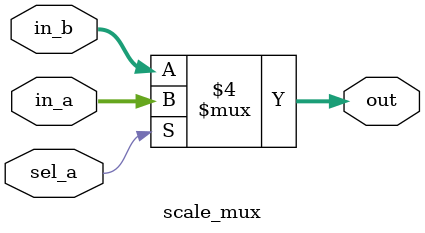
<source format=sv>
`timescale 1ns / 1ps


module scale_mux(
    input logic [7:0] in_a, 
    input logic [7:0] in_b,
    input logic sel_a,
    output logic [7:0] out
    );

    always_comb begin: select_data
        if(!sel_a) begin
            out <= in_b;
        end else begin
            out <= in_a;
        end
    end

endmodule
</source>
